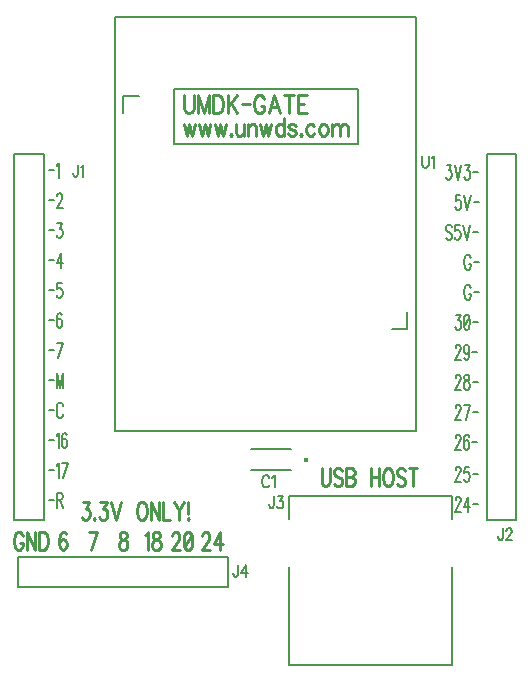
<source format=gbr>
G04 DipTrace 2.4.0.2*
%INTopSilk.gbr*%
%MOIN*%
%ADD10C,0.0079*%
%ADD17C,0.0157*%
%ADD55C,0.0062*%
%ADD56C,0.0077*%
%ADD57C,0.0093*%
%FSLAX44Y44*%
G04*
G70*
G90*
G75*
G01*
%LNTopSilk*%
%LPD*%
X13663Y8457D2*
D10*
X12325D1*
X13663Y9165D2*
X12325D1*
D17*
X14136Y8811D3*
X4429Y6787D2*
D10*
X5413D1*
Y18984D1*
X4429D1*
Y6787D1*
X20177D2*
X21161D1*
Y18984D1*
X20177D1*
Y6787D1*
X13579Y1981D2*
X19012D1*
X13579D2*
Y5248D1*
X19012Y1981D2*
Y5249D1*
X13579Y6824D2*
Y7591D1*
X19012D1*
Y6824D1*
X4545Y5561D2*
X11545D1*
Y4561D1*
X4545D1*
Y5561D1*
X7776Y9782D2*
X17815D1*
Y23561D1*
X7776D1*
Y9782D1*
X17520Y13745D2*
Y13182D1*
X17020D2*
X17520D1*
X8038Y20381D2*
Y20944D1*
X8599D2*
X8038D1*
X9746Y21150D2*
X15872D1*
Y19337D1*
X9746D1*
Y21150D1*
X12929Y8192D2*
D55*
X12914Y8230D1*
X12883Y8269D1*
X12852Y8288D1*
X12791D1*
X12761Y8269D1*
X12730Y8230D1*
X12715Y8192D1*
X12699Y8135D1*
Y8039D1*
X12715Y7982D1*
X12730Y7943D1*
X12761Y7905D1*
X12791Y7886D1*
X12852D1*
X12883Y7905D1*
X12914Y7943D1*
X12929Y7982D1*
X13028Y8211D2*
X13058Y8230D1*
X13104Y8287D1*
Y7886D1*
X6543Y18639D2*
Y18333D1*
X6528Y18275D1*
X6512Y18256D1*
X6482Y18237D1*
X6451D1*
X6421Y18256D1*
X6405Y18275D1*
X6390Y18333D1*
Y18371D1*
X6642Y18562D2*
X6673Y18581D1*
X6718Y18638D1*
Y18237D1*
X20708Y6521D2*
Y6215D1*
X20693Y6157D1*
X20678Y6138D1*
X20647Y6119D1*
X20616D1*
X20586Y6138D1*
X20571Y6157D1*
X20555Y6215D1*
Y6253D1*
X20823Y6425D2*
Y6444D1*
X20838Y6482D1*
X20853Y6501D1*
X20884Y6520D1*
X20945D1*
X20976Y6501D1*
X20991Y6482D1*
X21006Y6444D1*
Y6406D1*
X20991Y6367D1*
X20960Y6310D1*
X20807Y6119D1*
X21022D1*
X13079Y7592D2*
Y7286D1*
X13064Y7228D1*
X13048Y7209D1*
X13018Y7190D1*
X12987D1*
X12957Y7209D1*
X12942Y7228D1*
X12926Y7286D1*
Y7324D1*
X13209Y7591D2*
X13377D1*
X13285Y7438D1*
X13331D1*
X13362Y7419D1*
X13377Y7400D1*
X13392Y7343D1*
Y7305D1*
X13377Y7247D1*
X13346Y7209D1*
X13300Y7190D1*
X13254D1*
X13209Y7209D1*
X13194Y7228D1*
X13178Y7266D1*
X11888Y5316D2*
Y5010D1*
X11873Y4953D1*
X11857Y4934D1*
X11827Y4914D1*
X11796D1*
X11766Y4934D1*
X11751Y4953D1*
X11735Y5010D1*
Y5048D1*
X12140Y4914D2*
Y5316D1*
X11987Y5048D1*
X12217D1*
X18023Y18934D2*
Y18647D1*
X18038Y18590D1*
X18069Y18552D1*
X18115Y18532D1*
X18145D1*
X18191Y18552D1*
X18222Y18590D1*
X18237Y18647D1*
Y18934D1*
X18336Y18857D2*
X18367Y18877D1*
X18413Y18934D1*
Y18532D1*
X19136Y7463D2*
D56*
Y7486D1*
X19150Y7534D1*
X19165Y7558D1*
X19193Y7582D1*
X19251D1*
X19279Y7558D1*
X19294Y7534D1*
X19308Y7486D1*
Y7439D1*
X19294Y7391D1*
X19265Y7319D1*
X19121Y7080D1*
X19322D1*
X19559D2*
Y7582D1*
X19415Y7248D1*
X19630D1*
X19723Y7331D2*
X19889D1*
X19136Y8462D2*
Y8486D1*
X19150Y8534D1*
X19165Y8558D1*
X19194Y8582D1*
X19251D1*
X19279Y8558D1*
X19294Y8534D1*
X19308Y8486D1*
Y8439D1*
X19294Y8391D1*
X19265Y8319D1*
X19122Y8080D1*
X19323D1*
X19587Y8582D2*
X19444D1*
X19430Y8367D1*
X19444Y8391D1*
X19487Y8415D1*
X19530D1*
X19573Y8391D1*
X19602Y8343D1*
X19616Y8271D1*
Y8224D1*
X19602Y8152D1*
X19573Y8104D1*
X19530Y8080D1*
X19487D1*
X19444Y8104D1*
X19430Y8128D1*
X19415Y8176D1*
X19709Y8331D2*
X19875D1*
X19010Y16573D2*
X18982Y16621D1*
X18938Y16645D1*
X18881D1*
X18838Y16621D1*
X18809Y16573D1*
Y16525D1*
X18824Y16477D1*
X18838Y16453D1*
X18866Y16430D1*
X18953Y16382D1*
X18982Y16358D1*
X18996Y16334D1*
X19010Y16286D1*
Y16214D1*
X18982Y16167D1*
X18938Y16142D1*
X18881D1*
X18838Y16167D1*
X18809Y16214D1*
X19275Y16644D2*
X19132D1*
X19117Y16429D1*
X19132Y16453D1*
X19175Y16477D1*
X19217D1*
X19261Y16453D1*
X19289Y16405D1*
X19304Y16334D1*
Y16286D1*
X19289Y16214D1*
X19261Y16166D1*
X19217Y16142D1*
X19175D1*
X19132Y16166D1*
X19117Y16190D1*
X19103Y16238D1*
X19396Y16645D2*
X19511Y16142D1*
X19626Y16645D1*
X19718Y16393D2*
X19884D1*
X19294Y17644D2*
X19150D1*
X19136Y17429D1*
X19150Y17453D1*
X19194Y17477D1*
X19236D1*
X19279Y17453D1*
X19308Y17406D1*
X19323Y17334D1*
Y17286D1*
X19308Y17214D1*
X19279Y17166D1*
X19236Y17142D1*
X19194D1*
X19150Y17166D1*
X19136Y17191D1*
X19122Y17238D1*
X19415Y17645D2*
X19530Y17142D1*
X19645Y17645D1*
X19737Y17393D2*
X19903D1*
X18838Y18645D2*
X18995D1*
X18909Y18453D1*
X18953D1*
X18981Y18430D1*
X18995Y18406D1*
X19010Y18334D1*
Y18286D1*
X18995Y18215D1*
X18967Y18166D1*
X18924Y18143D1*
X18881D1*
X18838Y18166D1*
X18824Y18191D1*
X18809Y18238D1*
X19103Y18645D2*
X19217Y18143D1*
X19332Y18645D1*
X19454D2*
X19611D1*
X19525Y18453D1*
X19568D1*
X19597Y18430D1*
X19611Y18406D1*
X19626Y18334D1*
Y18286D1*
X19611Y18215D1*
X19583Y18166D1*
X19539Y18143D1*
X19496D1*
X19454Y18166D1*
X19439Y18191D1*
X19425Y18238D1*
X19718Y18394D2*
X19884D1*
X19649Y15526D2*
X19635Y15573D1*
X19606Y15621D1*
X19578Y15645D1*
X19520D1*
X19491Y15621D1*
X19463Y15573D1*
X19448Y15526D1*
X19434Y15454D1*
Y15334D1*
X19448Y15262D1*
X19463Y15214D1*
X19491Y15167D1*
X19520Y15142D1*
X19578D1*
X19606Y15167D1*
X19635Y15214D1*
X19649Y15262D1*
Y15334D1*
X19578D1*
X19742Y15393D2*
X19908D1*
X19649Y14526D2*
X19635Y14573D1*
X19606Y14621D1*
X19578Y14645D1*
X19520D1*
X19491Y14621D1*
X19463Y14573D1*
X19448Y14526D1*
X19434Y14454D1*
Y14334D1*
X19448Y14262D1*
X19463Y14214D1*
X19491Y14167D1*
X19520Y14142D1*
X19578D1*
X19606Y14167D1*
X19635Y14214D1*
X19649Y14262D1*
Y14334D1*
X19578D1*
X19742Y14393D2*
X19908D1*
X19150Y13644D2*
X19308D1*
X19222Y13453D1*
X19265D1*
X19294Y13429D1*
X19308Y13406D1*
X19323Y13334D1*
Y13286D1*
X19308Y13214D1*
X19279Y13166D1*
X19236Y13142D1*
X19193D1*
X19150Y13166D1*
X19136Y13191D1*
X19122Y13238D1*
X19501Y13644D2*
X19458Y13621D1*
X19429Y13549D1*
X19415Y13429D1*
Y13357D1*
X19429Y13238D1*
X19458Y13166D1*
X19501Y13142D1*
X19530D1*
X19573Y13166D1*
X19602Y13238D1*
X19616Y13357D1*
Y13429D1*
X19602Y13549D1*
X19573Y13621D1*
X19530Y13644D1*
X19501D1*
X19602Y13549D2*
X19429Y13238D1*
X19709Y13393D2*
X19875D1*
X19136Y12525D2*
Y12549D1*
X19150Y12597D1*
X19165Y12621D1*
X19194Y12644D1*
X19251D1*
X19279Y12621D1*
X19294Y12597D1*
X19308Y12549D1*
Y12501D1*
X19294Y12453D1*
X19265Y12382D1*
X19122Y12142D1*
X19323D1*
X19602Y12477D2*
X19587Y12406D1*
X19559Y12357D1*
X19516Y12334D1*
X19501D1*
X19458Y12357D1*
X19430Y12406D1*
X19415Y12477D1*
Y12501D1*
X19430Y12573D1*
X19458Y12621D1*
X19501Y12644D1*
X19516D1*
X19559Y12621D1*
X19587Y12573D1*
X19602Y12477D1*
Y12357D1*
X19587Y12238D1*
X19559Y12166D1*
X19516Y12142D1*
X19487D1*
X19444Y12166D1*
X19430Y12214D1*
X19695Y12393D2*
X19860D1*
X19136Y11525D2*
Y11549D1*
X19150Y11597D1*
X19165Y11621D1*
X19194Y11644D1*
X19251D1*
X19279Y11621D1*
X19294Y11597D1*
X19308Y11549D1*
Y11501D1*
X19294Y11453D1*
X19265Y11382D1*
X19122Y11142D1*
X19323D1*
X19487Y11644D2*
X19444Y11621D1*
X19429Y11573D1*
Y11525D1*
X19444Y11477D1*
X19473Y11453D1*
X19530Y11429D1*
X19573Y11406D1*
X19602Y11357D1*
X19616Y11310D1*
Y11238D1*
X19602Y11191D1*
X19587Y11166D1*
X19544Y11142D1*
X19487D1*
X19444Y11166D1*
X19429Y11191D1*
X19415Y11238D1*
Y11310D1*
X19429Y11357D1*
X19458Y11406D1*
X19501Y11429D1*
X19558Y11453D1*
X19587Y11477D1*
X19602Y11525D1*
Y11573D1*
X19587Y11621D1*
X19544Y11644D1*
X19487D1*
X19708Y11393D2*
X19874D1*
X19136Y10525D2*
Y10549D1*
X19150Y10597D1*
X19165Y10621D1*
X19194Y10644D1*
X19251D1*
X19279Y10621D1*
X19294Y10597D1*
X19308Y10549D1*
Y10501D1*
X19294Y10453D1*
X19265Y10382D1*
X19122Y10142D1*
X19323D1*
X19473D2*
X19616Y10644D1*
X19415D1*
X19709Y10393D2*
X19875D1*
X19136Y9525D2*
Y9549D1*
X19150Y9597D1*
X19165Y9621D1*
X19194Y9644D1*
X19251D1*
X19279Y9621D1*
X19294Y9597D1*
X19308Y9549D1*
Y9501D1*
X19294Y9453D1*
X19265Y9382D1*
X19122Y9142D1*
X19323D1*
X19587Y9573D2*
X19573Y9621D1*
X19530Y9644D1*
X19501D1*
X19458Y9621D1*
X19429Y9549D1*
X19415Y9429D1*
Y9310D1*
X19429Y9214D1*
X19458Y9166D1*
X19501Y9142D1*
X19516D1*
X19558Y9166D1*
X19587Y9214D1*
X19602Y9286D1*
Y9310D1*
X19587Y9382D1*
X19558Y9429D1*
X19516Y9453D1*
X19501D1*
X19458Y9429D1*
X19429Y9382D1*
X19415Y9310D1*
X19694Y9393D2*
X19860D1*
X5581Y18456D2*
X5746D1*
X5839Y18611D2*
X5868Y18636D1*
X5911Y18707D1*
Y18205D1*
X5581Y17456D2*
X5746D1*
X5854Y17587D2*
Y17611D1*
X5868Y17659D1*
X5882Y17683D1*
X5911Y17707D1*
X5968D1*
X5997Y17683D1*
X6011Y17659D1*
X6026Y17611D1*
Y17564D1*
X6011Y17516D1*
X5983Y17444D1*
X5839Y17205D1*
X6040D1*
X5581Y16456D2*
X5746D1*
X5868Y16707D2*
X6025D1*
X5939Y16516D1*
X5983D1*
X6011Y16492D1*
X6025Y16468D1*
X6040Y16396D1*
Y16349D1*
X6025Y16277D1*
X5997Y16229D1*
X5954Y16205D1*
X5911D1*
X5868Y16229D1*
X5854Y16253D1*
X5839Y16301D1*
X5581Y15456D2*
X5746D1*
X5983Y15205D2*
Y15707D1*
X5839Y15372D1*
X6054D1*
X5581Y14456D2*
X5746D1*
X6011Y14707D2*
X5868D1*
X5854Y14492D1*
X5868Y14516D1*
X5911Y14540D1*
X5954D1*
X5997Y14516D1*
X6026Y14468D1*
X6040Y14396D1*
Y14349D1*
X6026Y14277D1*
X5997Y14229D1*
X5954Y14205D1*
X5911D1*
X5868Y14229D1*
X5854Y14253D1*
X5839Y14301D1*
X5581Y13456D2*
X5746D1*
X6011Y13636D2*
X5997Y13683D1*
X5954Y13707D1*
X5925D1*
X5882Y13683D1*
X5853Y13611D1*
X5839Y13492D1*
Y13372D1*
X5853Y13277D1*
X5882Y13229D1*
X5925Y13205D1*
X5939D1*
X5982Y13229D1*
X6011Y13277D1*
X6025Y13349D1*
Y13372D1*
X6011Y13444D1*
X5982Y13492D1*
X5939Y13516D1*
X5925D1*
X5882Y13492D1*
X5853Y13444D1*
X5839Y13372D1*
X5581Y12456D2*
X5746D1*
X5896Y12205D2*
X6040Y12707D1*
X5839D1*
X5581Y11456D2*
X5746D1*
X6068Y11205D2*
Y11707D1*
X5954Y11205D1*
X5839Y11707D1*
Y11205D1*
X5581Y10456D2*
X5746D1*
X6054Y10588D2*
X6040Y10636D1*
X6011Y10684D1*
X5983Y10707D1*
X5925D1*
X5896Y10684D1*
X5868Y10636D1*
X5853Y10588D1*
X5839Y10516D1*
Y10396D1*
X5853Y10325D1*
X5868Y10277D1*
X5896Y10229D1*
X5925Y10205D1*
X5983D1*
X6011Y10229D1*
X6040Y10277D1*
X6054Y10325D1*
X5581Y9456D2*
X5746D1*
X5839Y9611D2*
X5868Y9636D1*
X5911Y9707D1*
Y9205D1*
X6176Y9636D2*
X6161Y9683D1*
X6118Y9707D1*
X6090D1*
X6047Y9683D1*
X6018Y9611D1*
X6004Y9492D1*
Y9372D1*
X6018Y9277D1*
X6047Y9229D1*
X6090Y9205D1*
X6104D1*
X6147Y9229D1*
X6176Y9277D1*
X6190Y9349D1*
Y9372D1*
X6176Y9444D1*
X6147Y9492D1*
X6104Y9516D1*
X6090D1*
X6047Y9492D1*
X6018Y9444D1*
X6004Y9372D1*
X10083Y20010D2*
D57*
X10175Y19608D1*
X10267Y20010D1*
X10359Y19608D1*
X10451Y20010D1*
X10599D2*
X10691Y19608D1*
X10782Y20010D1*
X10874Y19608D1*
X10966Y20010D1*
X11114D2*
X11206Y19608D1*
X11298Y20010D1*
X11390Y19608D1*
X11481Y20010D1*
X11652Y19666D2*
X11630Y19636D1*
X11652Y19608D1*
X11676Y19636D1*
X11652Y19666D1*
X11824Y20010D2*
Y19723D1*
X11847Y19637D1*
X11893Y19608D1*
X11962D1*
X12007Y19637D1*
X12076Y19723D1*
Y20010D2*
Y19608D1*
X12225Y20010D2*
Y19608D1*
Y19895D2*
X12294Y19981D1*
X12340Y20010D1*
X12408D1*
X12454Y19981D1*
X12477Y19895D1*
Y19608D1*
X12625Y20010D2*
X12717Y19608D1*
X12809Y20010D1*
X12901Y19608D1*
X12993Y20010D1*
X13416Y20211D2*
Y19608D1*
Y19924D2*
X13371Y19981D1*
X13324Y20010D1*
X13255D1*
X13210Y19981D1*
X13164Y19924D1*
X13141Y19837D1*
Y19780D1*
X13164Y19694D1*
X13210Y19637D1*
X13255Y19608D1*
X13324D1*
X13371Y19637D1*
X13416Y19694D1*
X13817Y19924D2*
X13794Y19981D1*
X13725Y20010D1*
X13656D1*
X13587Y19981D1*
X13564Y19924D1*
X13587Y19867D1*
X13633Y19837D1*
X13748Y19809D1*
X13794Y19780D1*
X13817Y19723D1*
Y19694D1*
X13794Y19637D1*
X13725Y19608D1*
X13656D1*
X13587Y19637D1*
X13564Y19694D1*
X13988Y19666D2*
X13965Y19636D1*
X13988Y19608D1*
X14011Y19636D1*
X13988Y19666D1*
X14435Y19924D2*
X14389Y19981D1*
X14343Y20010D1*
X14275D1*
X14229Y19981D1*
X14183Y19924D1*
X14160Y19837D1*
Y19780D1*
X14183Y19694D1*
X14229Y19637D1*
X14275Y19608D1*
X14343D1*
X14389Y19637D1*
X14435Y19694D1*
X14698Y20010D2*
X14653Y19981D1*
X14607Y19924D1*
X14584Y19837D1*
Y19780D1*
X14607Y19694D1*
X14653Y19637D1*
X14698Y19608D1*
X14767D1*
X14813Y19637D1*
X14859Y19694D1*
X14882Y19780D1*
Y19837D1*
X14859Y19924D1*
X14813Y19981D1*
X14767Y20010D1*
X14698D1*
X15031D2*
Y19608D1*
Y19895D2*
X15100Y19981D1*
X15146Y20010D1*
X15214D1*
X15260Y19981D1*
X15283Y19895D1*
Y19608D1*
Y19895D2*
X15352Y19981D1*
X15398Y20010D1*
X15467D1*
X15513Y19981D1*
X15536Y19895D1*
Y19608D1*
X10083Y20961D2*
Y20530D1*
X10106Y20444D1*
X10152Y20387D1*
X10221Y20358D1*
X10267D1*
X10336Y20387D1*
X10382Y20444D1*
X10405Y20530D1*
Y20961D1*
X10920Y20358D2*
Y20961D1*
X10737Y20358D1*
X10553Y20961D1*
Y20358D1*
X11069Y20961D2*
Y20358D1*
X11229D1*
X11298Y20387D1*
X11344Y20444D1*
X11367Y20502D1*
X11390Y20588D1*
Y20731D1*
X11367Y20818D1*
X11344Y20875D1*
X11298Y20932D1*
X11229Y20961D1*
X11069D1*
X11538D2*
Y20358D1*
X11860Y20961D2*
X11538Y20559D1*
X11653Y20703D2*
X11860Y20358D1*
X12008Y20659D2*
X12273D1*
X12766Y20818D2*
X12743Y20875D1*
X12697Y20932D1*
X12651Y20961D1*
X12559D1*
X12513Y20932D1*
X12468Y20875D1*
X12444Y20818D1*
X12422Y20731D1*
Y20588D1*
X12444Y20502D1*
X12468Y20444D1*
X12513Y20387D1*
X12559Y20358D1*
X12651D1*
X12697Y20387D1*
X12743Y20444D1*
X12766Y20502D1*
Y20588D1*
X12651D1*
X13282Y20358D2*
X13098Y20961D1*
X12914Y20358D1*
X12983Y20559D2*
X13213D1*
X13591Y20961D2*
Y20358D1*
X13430Y20961D2*
X13752D1*
X14198D2*
X13900D1*
Y20358D1*
X14198D1*
X13900Y20674D2*
X14083D1*
X4722Y6261D2*
X4702Y6318D1*
X4661Y6375D1*
X4621Y6404D1*
X4541D1*
X4501Y6375D1*
X4461Y6318D1*
X4440Y6261D1*
X4420Y6174D1*
Y6030D1*
X4440Y5945D1*
X4461Y5887D1*
X4501Y5830D1*
X4541Y5801D1*
X4621D1*
X4661Y5830D1*
X4702Y5887D1*
X4722Y5945D1*
Y6030D1*
X4621D1*
X5133Y6404D2*
Y5801D1*
X4851Y6404D1*
Y5801D1*
X5262Y6404D2*
Y5801D1*
X5403D1*
X5463Y5830D1*
X5504Y5887D1*
X5524Y5945D1*
X5544Y6030D1*
Y6174D1*
X5524Y6261D1*
X5504Y6318D1*
X5463Y6375D1*
X5403Y6404D1*
X5262D1*
X6161Y6318D2*
X6141Y6375D1*
X6081Y6403D1*
X6041D1*
X5981Y6375D1*
X5940Y6288D1*
X5920Y6145D1*
Y6002D1*
X5940Y5887D1*
X5981Y5829D1*
X6041Y5801D1*
X6061D1*
X6121Y5829D1*
X6161Y5887D1*
X6181Y5973D1*
Y6002D1*
X6161Y6088D1*
X6121Y6145D1*
X6061Y6174D1*
X6041D1*
X5981Y6145D1*
X5940Y6088D1*
X5920Y6002D1*
X7001Y5801D2*
X7202Y6403D1*
X6920D1*
X8021D2*
X7961Y6375D1*
X7940Y6318D1*
Y6260D1*
X7961Y6203D1*
X8001Y6174D1*
X8081Y6145D1*
X8141Y6117D1*
X8181Y6059D1*
X8201Y6002D1*
Y5916D1*
X8181Y5859D1*
X8161Y5829D1*
X8101Y5801D1*
X8021D1*
X7961Y5829D1*
X7940Y5859D1*
X7920Y5916D1*
Y6002D1*
X7940Y6059D1*
X7981Y6117D1*
X8041Y6145D1*
X8121Y6174D1*
X8161Y6203D1*
X8181Y6260D1*
Y6318D1*
X8161Y6375D1*
X8101Y6403D1*
X8021D1*
X8795Y6288D2*
X8836Y6318D1*
X8896Y6403D1*
Y5801D1*
X9126Y6403D2*
X9066Y6375D1*
X9046Y6318D1*
Y6260D1*
X9066Y6203D1*
X9106Y6174D1*
X9186Y6145D1*
X9247Y6117D1*
X9287Y6059D1*
X9307Y6002D1*
Y5916D1*
X9287Y5859D1*
X9267Y5829D1*
X9206Y5801D1*
X9126D1*
X9066Y5829D1*
X9046Y5859D1*
X9026Y5916D1*
Y6002D1*
X9046Y6059D1*
X9086Y6117D1*
X9146Y6145D1*
X9226Y6174D1*
X9267Y6203D1*
X9287Y6260D1*
Y6318D1*
X9267Y6375D1*
X9206Y6403D1*
X9126D1*
X9691Y6260D2*
Y6288D1*
X9711Y6346D1*
X9731Y6375D1*
X9771Y6403D1*
X9851D1*
X9891Y6375D1*
X9911Y6346D1*
X9932Y6288D1*
Y6231D1*
X9911Y6174D1*
X9871Y6088D1*
X9670Y5801D1*
X9952D1*
X10202Y6403D2*
X10142Y6375D1*
X10101Y6288D1*
X10081Y6145D1*
Y6059D1*
X10101Y5916D1*
X10142Y5829D1*
X10202Y5801D1*
X10242D1*
X10302Y5829D1*
X10342Y5916D1*
X10363Y6059D1*
Y6145D1*
X10342Y6288D1*
X10302Y6375D1*
X10242Y6403D1*
X10202D1*
X10342Y6288D2*
X10101Y5916D1*
X10691Y6260D2*
Y6288D1*
X10711Y6346D1*
X10731Y6375D1*
X10771Y6403D1*
X10851D1*
X10891Y6375D1*
X10911Y6346D1*
X10932Y6288D1*
Y6231D1*
X10911Y6174D1*
X10871Y6088D1*
X10670Y5801D1*
X10952D1*
X11282D2*
Y6403D1*
X11081Y6002D1*
X11383D1*
X6711Y7403D2*
X6931D1*
X6811Y7174D1*
X6871D1*
X6911Y7145D1*
X6931Y7117D1*
X6952Y7030D1*
Y6973D1*
X6931Y6887D1*
X6891Y6829D1*
X6831Y6801D1*
X6771D1*
X6711Y6829D1*
X6691Y6859D1*
X6670Y6916D1*
X7101Y6859D2*
X7081Y6829D1*
X7101Y6801D1*
X7122Y6829D1*
X7101Y6859D1*
X7292Y7403D2*
X7512D1*
X7392Y7174D1*
X7452D1*
X7492Y7145D1*
X7512Y7117D1*
X7533Y7030D1*
Y6973D1*
X7512Y6887D1*
X7472Y6829D1*
X7412Y6801D1*
X7352D1*
X7292Y6829D1*
X7272Y6859D1*
X7251Y6916D1*
X7662Y7404D2*
X7823Y6801D1*
X7984Y7404D1*
X8642D2*
X8602Y7375D1*
X8562Y7318D1*
X8542Y7261D1*
X8522Y7174D1*
Y7030D1*
X8542Y6945D1*
X8562Y6887D1*
X8602Y6830D1*
X8642Y6801D1*
X8723D1*
X8763Y6830D1*
X8803Y6887D1*
X8823Y6945D1*
X8843Y7030D1*
Y7174D1*
X8823Y7261D1*
X8803Y7318D1*
X8763Y7375D1*
X8723Y7404D1*
X8642D1*
X9254D2*
Y6801D1*
X8973Y7404D1*
Y6801D1*
X9384Y7404D2*
Y6801D1*
X9625D1*
X9754Y7404D2*
X9915Y7117D1*
Y6801D1*
X10076Y7404D2*
X9915Y7117D1*
X10226Y7403D2*
Y7002D1*
Y6859D2*
X10205Y6829D1*
X10226Y6801D1*
X10246Y6829D1*
X10226Y6859D1*
X14670Y8529D2*
Y8098D1*
X14690Y8012D1*
X14731Y7955D1*
X14791Y7926D1*
X14831D1*
X14891Y7955D1*
X14932Y8012D1*
X14952Y8098D1*
Y8529D1*
X15363Y8443D2*
X15323Y8500D1*
X15262Y8529D1*
X15182D1*
X15122Y8500D1*
X15081Y8443D1*
Y8386D1*
X15102Y8328D1*
X15122Y8299D1*
X15162Y8271D1*
X15282Y8213D1*
X15323Y8185D1*
X15343Y8155D1*
X15363Y8098D1*
Y8012D1*
X15323Y7955D1*
X15262Y7926D1*
X15182D1*
X15122Y7955D1*
X15081Y8012D1*
X15492Y8529D2*
Y7926D1*
X15673D1*
X15734Y7955D1*
X15754Y7984D1*
X15774Y8041D1*
Y8127D1*
X15754Y8185D1*
X15734Y8213D1*
X15673Y8242D1*
X15734Y8271D1*
X15754Y8299D1*
X15774Y8356D1*
Y8414D1*
X15754Y8471D1*
X15734Y8500D1*
X15673Y8529D1*
X15492D1*
Y8242D2*
X15673D1*
X16312Y8529D2*
Y7926D1*
X16593Y8529D2*
Y7926D1*
X16312Y8242D2*
X16593D1*
X16843Y8529D2*
X16803Y8500D1*
X16763Y8443D1*
X16743Y8386D1*
X16723Y8299D1*
Y8155D1*
X16743Y8070D1*
X16763Y8012D1*
X16803Y7955D1*
X16843Y7926D1*
X16924D1*
X16964Y7955D1*
X17004Y8012D1*
X17024Y8070D1*
X17044Y8155D1*
Y8299D1*
X17024Y8386D1*
X17004Y8443D1*
X16964Y8500D1*
X16924Y8529D1*
X16843D1*
X17455Y8443D2*
X17415Y8500D1*
X17355Y8529D1*
X17274D1*
X17214Y8500D1*
X17174Y8443D1*
Y8386D1*
X17194Y8328D1*
X17214Y8299D1*
X17254Y8271D1*
X17375Y8213D1*
X17415Y8185D1*
X17435Y8155D1*
X17455Y8098D1*
Y8012D1*
X17415Y7955D1*
X17355Y7926D1*
X17274D1*
X17214Y7955D1*
X17174Y8012D1*
X17725Y8529D2*
Y7926D1*
X17585Y8529D2*
X17866D1*
X5581Y8456D2*
D56*
X5746D1*
X5839Y8611D2*
X5868Y8636D1*
X5911Y8707D1*
Y8205D1*
X6061D2*
X6205Y8707D1*
X6004D1*
X5581Y7456D2*
X5746D1*
X5839Y7468D2*
X5968D1*
X6011Y7492D1*
X6026Y7516D1*
X6040Y7564D1*
Y7612D1*
X6026Y7659D1*
X6011Y7684D1*
X5968Y7707D1*
X5839D1*
Y7205D1*
X5939Y7468D2*
X6040Y7205D1*
M02*

</source>
